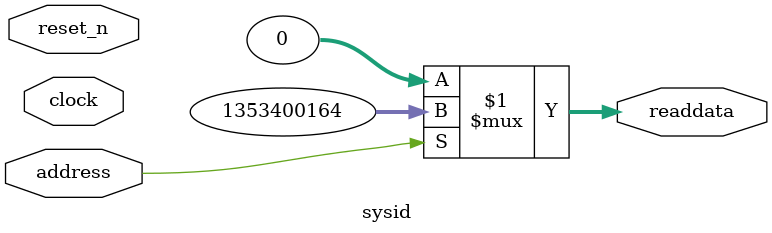
<source format=v>

`timescale 1ns / 1ps
// synthesis translate_on

// turn off superfluous verilog processor warnings 
// altera message_level Level1 
// altera message_off 10034 10035 10036 10037 10230 10240 10030 

module sysid (
               // inputs:
                address,
                clock,
                reset_n,

               // outputs:
                readdata
             )
;

  output  [ 31: 0] readdata;
  input            address;
  input            clock;
  input            reset_n;

  wire    [ 31: 0] readdata;
  //control_slave, which is an e_avalon_slave
  assign readdata = address ? 1353400164 : 0;

endmodule


</source>
